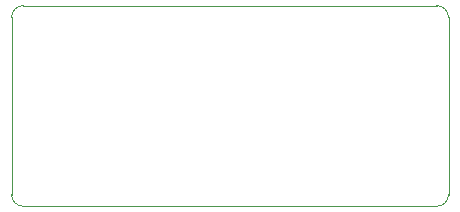
<source format=gbr>
%TF.GenerationSoftware,KiCad,Pcbnew,(6.0.7)*%
%TF.CreationDate,2022-10-05T08:21:53-05:00*%
%TF.ProjectId,SolenoidHandlerBoard,536f6c65-6e6f-4696-9448-616e646c6572,rev?*%
%TF.SameCoordinates,Original*%
%TF.FileFunction,Profile,NP*%
%FSLAX46Y46*%
G04 Gerber Fmt 4.6, Leading zero omitted, Abs format (unit mm)*
G04 Created by KiCad (PCBNEW (6.0.7)) date 2022-10-05 08:21:53*
%MOMM*%
%LPD*%
G01*
G04 APERTURE LIST*
%TA.AperFunction,Profile*%
%ADD10C,0.100000*%
%TD*%
G04 APERTURE END LIST*
D10*
X116000000Y-84000000D02*
X151000000Y-84000000D01*
X151000000Y-101000000D02*
G75*
G03*
X152000000Y-100000000I0J1000000D01*
G01*
X152000000Y-85000000D02*
G75*
G03*
X151000000Y-84000000I-1000000J0D01*
G01*
X115000000Y-100000000D02*
X115000000Y-85000000D01*
X116000000Y-84000000D02*
G75*
G03*
X115000000Y-85000000I0J-1000000D01*
G01*
X115000000Y-100000000D02*
G75*
G03*
X116000000Y-101000000I1000000J0D01*
G01*
X151000000Y-101000000D02*
X116000000Y-101000000D01*
X152000000Y-100000000D02*
X152000000Y-85000000D01*
M02*

</source>
